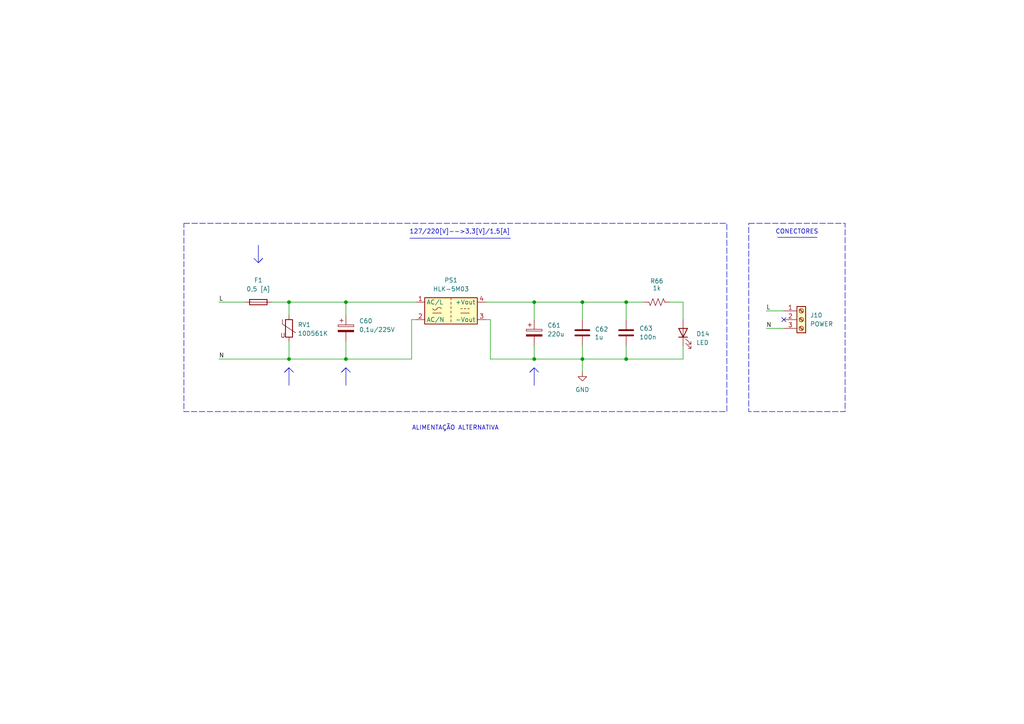
<source format=kicad_sch>
(kicad_sch (version 20231120) (generator "eeschema") (generator_version "8.0")
  (paper "A4")
  (title_block (title "SFP_IC") (date "2025-11-07") (rev "v1.0") (company "UNIFEI-LABTEL") (comment 1 "Autor: Josué Benevides Sanchez"))
  (lib_symbols
    (symbol "Connector:Screw_Terminal_01x03" (pin_names (offset 1.016) hide)
      (property "Reference" "J" (at 0 5.08 0))
      (property "Value" "Screw_Terminal_01x03" (at 0 -5.08 0))
      (symbol "Screw_Terminal_01x03_1_1"
        (rectangle (start -1.27 3.81) (end 1.27 -3.81) (stroke (width 0.254)) (fill (type background)))
        (circle (center 0 -2.54) (radius 0.635) (stroke (width 0.1524)))
        (polyline (pts (xy -0.5334 -2.2098) (xy 0.3302 -3.048)) (stroke (width 0.1524)))
        (polyline (pts (xy -0.5334 0.3302) (xy 0.3302 -0.508)) (stroke (width 0.1524)))
        (polyline (pts (xy -0.5334 2.8702) (xy 0.3302 2.032)) (stroke (width 0.1524)))
        (polyline (pts (xy -0.3556 -2.032) (xy 0.508 -2.8702)) (stroke (width 0.1524)))
        (polyline (pts (xy -0.3556 0.508) (xy 0.508 -0.3302)) (stroke (width 0.1524)))
        (polyline (pts (xy -0.3556 3.048) (xy 0.508 2.2098)) (stroke (width 0.1524)))
        (circle (center 0 0) (radius 0.635) (stroke (width 0.1524)))
        (circle (center 0 2.54) (radius 0.635) (stroke (width 0.1524)))
        (pin passive line (at -5.08 2.54 0) (length 3.81) (name "Pin_1") (number "1"))
        (pin passive line (at -5.08 0 0) (length 3.81) (name "Pin_2") (number "2"))
        (pin passive line (at -5.08 -2.54 0) (length 3.81) (name "Pin_3") (number "3"))
      )
    )
    (symbol "Converter_ACDC:HLK-5M03"
      (property "Reference" "PS" (at 0 5.08 0))
      (property "Value" "HLK-5M03" (at 0 -5.08 0))
      (symbol "HLK-5M03_0_1"
        (rectangle (start -7.62 3.81) (end 7.62 -3.81) (stroke (width 0.254)) (fill (type background)))
        (arc (start -5.334 0.635) (mid -4.699 0.2495) (end -4.064 0.635))
        (arc (start -2.794 0.635) (mid -3.429 1.0072) (end -4.064 0.635))
        (polyline (pts (xy -5.334 -0.635) (xy -2.794 -0.635)))
        (polyline (pts (xy 0 -2.54) (xy 0 -3.175)))
        (polyline (pts (xy 0 -1.27) (xy 0 -1.905)))
        (polyline (pts (xy 0 0) (xy 0 -0.635)))
        (polyline (pts (xy 0 1.27) (xy 0 0.635)))
        (polyline (pts (xy 0 2.54) (xy 0 1.905)))
        (polyline (pts (xy 0 3.81) (xy 0 3.175)))
        (polyline (pts (xy 2.794 -0.635) (xy 5.334 -0.635)))
        (polyline (pts (xy 2.794 0.635) (xy 3.302 0.635)))
        (polyline (pts (xy 3.81 0.635) (xy 4.318 0.635)))
        (polyline (pts (xy 4.826 0.635) (xy 5.334 0.635)))
      )
      (symbol "HLK-5M03_1_1"
        (pin power_in line (at -10.16 2.54 0) (length 2.54) (name "AC/L") (number "1"))
        (pin power_in line (at -10.16 -2.54 0) (length 2.54) (name "AC/N") (number "2"))
        (pin power_out line (at 10.16 -2.54 180) (length 2.54) (name "-Vout") (number "3"))
        (pin power_out line (at 10.16 2.54 180) (length 2.54) (name "+Vout") (number "4"))
      )
    )
    (symbol "Device:C" (pin_numbers hide) (pin_names (offset 0.254))
      (property "Reference" "C" (at 0.635 2.54 0))
      (property "Value" "C" (at 0.635 -2.54 0))
      (symbol "C_0_1"
        (polyline (pts (xy -2.032 -0.762) (xy 2.032 -0.762)) (stroke (width 0.508)))
        (polyline (pts (xy -2.032 0.762) (xy 2.032 0.762)) (stroke (width 0.508)))
      )
      (symbol "C_1_1"
        (pin passive line (at 0 3.81 270) (length 2.794) (name "~") (number "1"))
        (pin passive line (at 0 -3.81 90) (length 2.794) (name "~") (number "2"))
      )
    )
    (symbol "Device:C_Polarized" (pin_numbers hide) (pin_names (offset 0.254))
      (property "Reference" "C" (at 0.635 2.54 0))
      (property "Value" "C_Polarized" (at 0.635 -2.54 0))
      (symbol "C_Polarized_0_1"
        (rectangle (start -2.286 0.508) (end 2.286 1.016))
        (polyline (pts (xy -1.778 2.286) (xy -0.762 2.286)))
        (polyline (pts (xy -1.27 2.794) (xy -1.27 1.778)))
        (rectangle (start 2.286 -0.508) (end -2.286 -1.016) (fill (type outline)))
      )
      (symbol "C_Polarized_1_1"
        (pin passive line (at 0 3.81 270) (length 2.794) (name "~") (number "1"))
        (pin passive line (at 0 -3.81 90) (length 2.794) (name "~") (number "2"))
      )
    )
    (symbol "Device:Fuse" (pin_numbers hide) (pin_names (offset 0))
      (property "Reference" "F" (at 2.032 0 90))
      (property "Value" "Fuse" (at -1.905 0 90))
      (symbol "Fuse_0_1"
        (rectangle (start -0.762 -2.54) (end 0.762 2.54) (stroke (width 0.254)))
        (polyline (pts (xy 0 2.54) (xy 0 -2.54)))
      )
      (symbol "Fuse_1_1"
        (pin passive line (at 0 3.81 270) (length 1.27) (name "~") (number "1"))
        (pin passive line (at 0 -3.81 90) (length 1.27) (name "~") (number "2"))
      )
    )
    (symbol "Device:LED" (pin_numbers hide) (pin_names (offset 1.016) hide)
      (property "Reference" "D" (at 0 2.54 0))
      (property "Value" "LED" (at 0 -2.54 0))
      (symbol "LED_0_1"
        (polyline (pts (xy -1.27 -1.27) (xy -1.27 1.27)) (stroke (width 0.254)))
        (polyline (pts (xy -1.27 0) (xy 1.27 0)))
        (polyline (pts (xy 1.27 -1.27) (xy 1.27 1.27) (xy -1.27 0) (xy 1.27 -1.27)) (stroke (width 0.254)))
        (polyline (pts (xy -3.048 -0.762) (xy -4.572 -2.286) (xy -3.81 -2.286) (xy -4.572 -2.286) (xy -4.572 -1.524)))
        (polyline (pts (xy -1.778 -0.762) (xy -3.302 -2.286) (xy -2.54 -2.286) (xy -3.302 -2.286) (xy -3.302 -1.524)))
      )
      (symbol "LED_1_1"
        (pin passive line (at -3.81 0 0) (length 2.54) (name "K") (number "1"))
        (pin passive line (at 3.81 0 180) (length 2.54) (name "A") (number "2"))
      )
    )
    (symbol "Device:R_US" (pin_numbers hide) (pin_names (offset 0))
      (property "Reference" "R" (at 2.54 0 90))
      (property "Value" "R_US" (at -2.54 0 90))
      (symbol "R_US_0_1"
        (polyline (pts (xy 0 -2.286) (xy 0 -2.54)))
        (polyline (pts (xy 0 2.286) (xy 0 2.54)))
        (polyline (pts (xy 0 -0.762) (xy 1.016 -1.143) (xy 0 -1.524) (xy -1.016 -1.905) (xy 0 -2.286)))
        (polyline (pts (xy 0 0.762) (xy 1.016 0.381) (xy 0 0) (xy -1.016 -0.381) (xy 0 -0.762)))
        (polyline (pts (xy 0 2.286) (xy 1.016 1.905) (xy 0 1.524) (xy -1.016 1.143) (xy 0 0.762)))
      )
      (symbol "R_US_1_1"
        (pin passive line (at 0 3.81 270) (length 1.27) (name "~") (number "1"))
        (pin passive line (at 0 -3.81 90) (length 1.27) (name "~") (number "2"))
      )
    )
    (symbol "Device:Varistor" (pin_numbers hide) (pin_names (offset 0))
      (property "Reference" "RV" (at 3.175 0 90))
      (property "Value" "Varistor" (at -3.175 0 90))
      (symbol "Varistor_0_0"
        (text "U" (at -1.778 -2.032 0) (effects (font (size 1.27 1.27))))
      )
      (symbol "Varistor_0_1"
        (rectangle (start -1.016 -2.54) (end 1.016 2.54) (stroke (width 0.254)))
        (polyline (pts (xy -1.905 2.54) (xy -1.905 1.27) (xy 1.905 -1.27)))
      )
      (symbol "Varistor_1_1"
        (pin passive line (at 0 3.81 270) (length 1.27) (name "~") (number "1"))
        (pin passive line (at 0 -3.81 90) (length 1.27) (name "~") (number "2"))
      )
    )
    (symbol "power:GND" (power) (pin_numbers hide) (pin_names (offset 0) hide)
      (property "Value" "GND" (at 0 -3.81 0))
      (symbol "GND_0_1"
        (polyline (pts (xy 0 0) (xy 0 -1.27) (xy 1.27 -1.27) (xy 0 -2.54) (xy -1.27 -1.27) (xy 0 -1.27)))
      )
      (symbol "GND_1_1"
        (pin power_in line (at 0 0 270) (length 0) (name "~") (number "1"))
      )
    )
  )
  (junction (at 154.94 87.63))
  (junction (at 100.33 87.63))
  (junction (at 83.82 104.14))
  (junction (at 83.82 87.63))
  (junction (at 181.61 87.63))
  (junction (at 100.33 104.14))
  (junction (at 168.91 104.14))
  (junction (at 168.91 87.63))
  (junction (at 181.61 104.14))
  (junction (at 154.94 104.14))
  (no_connect (at 227.33 92.71))
  (wire (pts (xy 181.61 87.63) (xy 168.91 87.63)))
  (wire (pts (xy 63.5 104.14) (xy 83.82 104.14)))
  (wire (pts (xy 181.61 100.33) (xy 181.61 104.14)))
  (wire (pts (xy 120.65 92.71) (xy 119.38 92.71)))
  (wire (pts (xy 181.61 104.14) (xy 168.91 104.14)))
  (polyline (pts (xy 99.06 107.95) (xy 100.33 106.68)))
  (wire (pts (xy 198.12 87.63) (xy 194.31 87.63)))
  (wire (pts (xy 83.82 87.63) (xy 78.74 87.63)))
  (polyline (pts (xy 76.2 74.93) (xy 74.93 76.2)))
  (wire (pts (xy 142.24 92.71) (xy 142.24 104.14)))
  (wire (pts (xy 100.33 87.63) (xy 120.65 87.63)))
  (wire (pts (xy 181.61 87.63) (xy 186.69 87.63)))
  (polyline (pts (xy 225.552 68.834) (xy 236.982 68.834)))
  (wire (pts (xy 100.33 91.44) (xy 100.33 87.63)))
  (wire (pts (xy 222.25 90.17) (xy 227.33 90.17)))
  (wire (pts (xy 181.61 92.71) (xy 181.61 87.63)))
  (polyline (pts (xy 153.67 107.95) (xy 154.94 106.68)))
  (polyline (pts (xy 99.06 107.95) (xy 100.33 106.68)))
  (wire (pts (xy 63.5 87.63) (xy 71.12 87.63)))
  (wire (pts (xy 100.33 104.14) (xy 119.38 104.14)))
  (polyline (pts (xy 100.33 106.68) (xy 101.6 107.95)))
  (polyline (pts (xy 83.82 106.68) (xy 83.82 111.76)))
  (wire (pts (xy 222.25 95.25) (xy 227.33 95.25)))
  (wire (pts (xy 168.91 92.71) (xy 168.91 87.63)))
  (wire (pts (xy 168.91 100.33) (xy 168.91 104.14)))
  (polyline (pts (xy 153.67 107.95) (xy 154.94 106.68)))
  (polyline (pts (xy 154.94 106.68) (xy 154.94 111.76)))
  (wire (pts (xy 83.82 104.14) (xy 100.33 104.14)))
  (wire (pts (xy 140.97 87.63) (xy 154.94 87.63)))
  (polyline (pts (xy 83.82 106.68) (xy 85.09 107.95)))
  (wire (pts (xy 83.82 87.63) (xy 100.33 87.63)))
  (polyline (pts (xy 118.872 69.088) (xy 148.082 69.088)))
  (wire (pts (xy 83.82 99.06) (xy 83.82 104.14)))
  (wire (pts (xy 100.33 99.06) (xy 100.33 104.14)))
  (polyline (pts (xy 74.93 76.2) (xy 74.93 71.12)))
  (wire (pts (xy 198.12 104.14) (xy 181.61 104.14)))
  (polyline (pts (xy 82.55 107.95) (xy 83.82 106.68)))
  (wire (pts (xy 119.38 92.71) (xy 119.38 104.14)))
  (wire (pts (xy 154.94 104.14) (xy 168.91 104.14)))
  (wire (pts (xy 154.94 100.33) (xy 154.94 104.14)))
  (polyline (pts (xy 82.55 107.95) (xy 83.82 106.68)))
  (polyline (pts (xy 76.2 74.93) (xy 74.93 76.2)))
  (wire (pts (xy 168.91 87.63) (xy 154.94 87.63)))
  (polyline (pts (xy 100.33 106.68) (xy 100.33 111.76)))
  (polyline (pts (xy 154.94 106.68) (xy 156.21 107.95)))
  (wire (pts (xy 83.82 91.44) (xy 83.82 87.63)))
  (wire (pts (xy 142.24 104.14) (xy 154.94 104.14)))
  (polyline (pts (xy 74.93 76.2) (xy 73.66 74.93)))
  (wire (pts (xy 154.94 87.63) (xy 154.94 92.71)))
  (wire (pts (xy 168.91 104.14) (xy 168.91 107.95)))
  (wire (pts (xy 142.24 92.71) (xy 140.97 92.71)))
  (wire (pts (xy 198.12 100.33) (xy 198.12 104.14)))
  (wire (pts (xy 198.12 92.71) (xy 198.12 87.63)))
  (rectangle (start 217.17 64.77) (end 245.11 119.38) (stroke (width 0) (type dash)))
  (rectangle (start 53.34 64.77) (end 210.82 119.38) (stroke (width 0) (type dash)))
  (text "127/220[V]-->3,3[V]/1,5[A]" (at 133.35 67.31 0) (effects (font (size 1.27 1.27))))
  (text "CONECTORES" (at 231.14 67.31 0) (effects (font (size 1.27 1.27))))
  (text "ALIMENTAÇÃO ALTERNATIVA\n" (at 132.08 124.206 0) (effects (font (size 1.27 1.27))))
  (label "N" (at 63.5 104.14 0))
  (label "N" (at 222.25 95.25 0))
  (label "L" (at 222.25 90.17 0))
  (label "L" (at 63.5 87.63 0))
  (symbol (lib_id "Device:C") (at 181.61 96.52 0) (unit 1) (exclude_from_sim yes) (in_bom no) (on_board no)
    (property "Reference" "C63" (at 185.42 95.2499 0) (effects (justify left)))
    (property "Value" "100n" (at 185.42 97.7899 0) (effects (justify left)))
    (property "Footprint" "Capacitor_SMD:C_0402_1005Metric" (effects (hide yes)))
    (property "Description" "Unpolarized capacitor" (effects (hide yes)))
    (property "JLCPCB Part #" "C1525" (effects (hide yes)))
  )
  (symbol (lib_id "Device:C_Polarized") (at 154.94 96.52 0) (unit 1) (exclude_from_sim yes) (in_bom no) (on_board no)
    (property "Reference" "C61" (at 158.75 94.3609 0) (effects (justify left)))
    (property "Value" "220u" (at 158.75 96.9009 0) (effects (justify left)))
    (property "Footprint" "Capacitor_SMD:CP_Elec_8x10" (effects (hide yes)))
    (property "Description" "Polarized capacitor" (effects (hide yes)))
  )
  (symbol (lib_id "Device:R_US") (at 190.5 87.63 270) (mirror x) (unit 1) (exclude_from_sim yes) (in_bom no) (on_board no)
    (property "Reference" "R66" (at 190.5 81.534 90))
    (property "Value" "1k" (at 190.5 83.566 90))
    (property "Footprint" "Resistor_SMD:R_0402_1005Metric" (effects (hide yes)))
    (property "Description" "Resistor, US symbol" (effects (hide yes)))
    (property "JLCPCB Part #" "C11702" (effects (hide yes)))
  )
  (symbol (lib_id "Device:Fuse") (at 74.93 87.63 90) (unit 1) (exclude_from_sim yes) (in_bom no) (on_board no)
    (property "Reference" "F1" (at 74.93 81.28 90))
    (property "Value" "0,5 [A]" (at 74.93 83.82 90))
    (property "Footprint" "Fuse:Fuseholder_Cylinder-5x20mm_Schurter_0031_8201_Horizontal_Open" (effects (hide yes)))
    (property "Description" "Fuse" (effects (hide yes)))
    (property "JLCPCB Part #" "C58066" (effects (hide yes)))
  )
  (symbol (lib_id "power:GND") (at 168.91 107.95 0) (unit 1) (exclude_from_sim yes) (in_bom no) (on_board no)
    (property "Reference" "#PWR082" (effects (hide yes)))
    (property "Value" "GND" (at 168.91 113.03 0))
    (property "Description" "Power symbol creates a global label with name \"GND\" , ground" (effects (hide yes)))
  )
  (symbol (lib_id "Device:Varistor") (at 83.82 95.25 0) (unit 1) (exclude_from_sim yes) (in_bom no) (on_board no)
    (property "Reference" "RV1" (at 86.36 94.1732 0) (effects (justify left)))
    (property "Value" "10D561K" (at 86.36 96.7132 0) (effects (justify left)))
    (property "Footprint" "Resistor_THT:R_Axial_DIN0204_L3.6mm_D1.6mm_P7.62mm_Horizontal" (effects (hide yes)))
    (property "Description" "Voltage dependent resistor" (effects (hide yes)))
    (property "Sim.Name" "kicad_builtin_varistor" (effects (hide yes)))
    (property "Sim.Device" "SUBCKT" (effects (hide yes)))
    (property "Sim.Pins" "1=A 2=B" (effects (hide yes)))
    (property "Sim.Params" "threshold=1k" (effects (hide yes)))
    (property "Sim.Library" "${KICAD7_SYMBOL_DIR}/Simulation_SPICE.sp" (effects (hide yes)))
    (property "JLCPCB Part #" "C113236" (effects (hide yes)))
  )
  (symbol (lib_id "Connector:Screw_Terminal_01x03") (at 232.41 92.71 0) (unit 1) (exclude_from_sim yes) (in_bom no) (on_board no)
    (property "Reference" "J10" (at 234.95 91.4399 0) (effects (justify left)))
    (property "Value" "POWER" (at 234.95 93.9799 0) (effects (justify left)))
    (property "Footprint" "TerminalBlock_MetzConnect:TerminalBlock_MetzConnect_Type703_RT10N03HGLU_1x03_P9.52mm_Horizontal" (effects (hide yes)))
    (property "Description" "Generic screw terminal, single row, 01x03, script generated (kicad-library-utils/schlib/autogen/connector/)" (effects (hide yes)))
    (property "JLCPCB Part #" "C8442" (effects (hide yes)))
  )
  (symbol (lib_id "Device:C_Polarized") (at 100.33 95.25 0) (unit 1) (exclude_from_sim yes) (in_bom no) (on_board no)
    (property "Reference" "C60" (at 104.14 93.0909 0) (effects (justify left)))
    (property "Value" "0,1u/225V" (at 104.14 95.6309 0) (effects (justify left)))
    (property "Footprint" "Capacitor_THT:C_Rect_L7.2mm_W4.5mm_P5.00mm_FKS2_FKP2_MKS2_MKP2" (effects (hide yes)))
    (property "Description" "Polarized capacitor" (effects (hide yes)))
    (property "JLCPCB Part #" "C48533510" (effects (hide yes)))
  )
  (symbol (lib_id "Device:C") (at 168.91 96.52 0) (mirror y) (unit 1) (exclude_from_sim yes) (in_bom no) (on_board no)
    (property "Reference" "C62" (at 174.498 95.504 0))
    (property "Value" "1u" (at 173.736 97.79 0))
    (property "Footprint" "Capacitor_SMD:C_0805_2012Metric" (effects (hide yes)))
    (property "Description" "Unpolarized capacitor" (effects (hide yes)))
    (property "JLCPCB Part #" "C28323" (effects (hide yes)))
  )
  (symbol (lib_id "Device:LED") (at 198.12 96.52 90) (unit 1) (exclude_from_sim yes) (in_bom no) (on_board no)
    (property "Reference" "D14" (at 201.93 96.8374 90) (effects (justify right)))
    (property "Value" "LED" (at 201.93 99.3774 90) (effects (justify right)))
    (property "Footprint" "LED_SMD:LED_0603_1608Metric" (effects (hide yes)))
    (property "Description" "Light emitting diode" (effects (hide yes)))
    (property "JLCPCB Part #" "C2286" (effects (hide yes)))
  )
  (symbol (lib_id "Converter_ACDC:HLK-5M03") (at 130.81 90.17 0) (unit 1) (exclude_from_sim yes) (in_bom no) (on_board no)
    (property "Reference" "PS1" (at 130.81 81.28 0))
    (property "Value" "HLK-5M03" (at 130.81 83.82 0))
    (property "Footprint" "Converter_ACDC:Converter_ACDC_Hi-Link_HLK-5Mxx" (effects (hide yes)))
    (property "Datasheet" "http://h.hlktech.com/download/ACDC%E7%94%B5%E6%BA%90%E6%A8%A1%E5%9D%975W%E7%B3%BB%E5%88%97/1/%E6%B5%B7%E5%87%8C%E7%A7%915W%E7%B3%BB%E5%88%97%E7%94%B5%E6%BA%90%E6%A8%A1%E5%9D%97%E8%A7%84%E6%A0%BC%E4%B9%A6V2.8.pdf" (effects (hide yes)))
    (property "Description" "Compact AC/DC board mount power module 5W, 3.3V 1.5A" (effects (hide yes)))
  )
)
</source>
